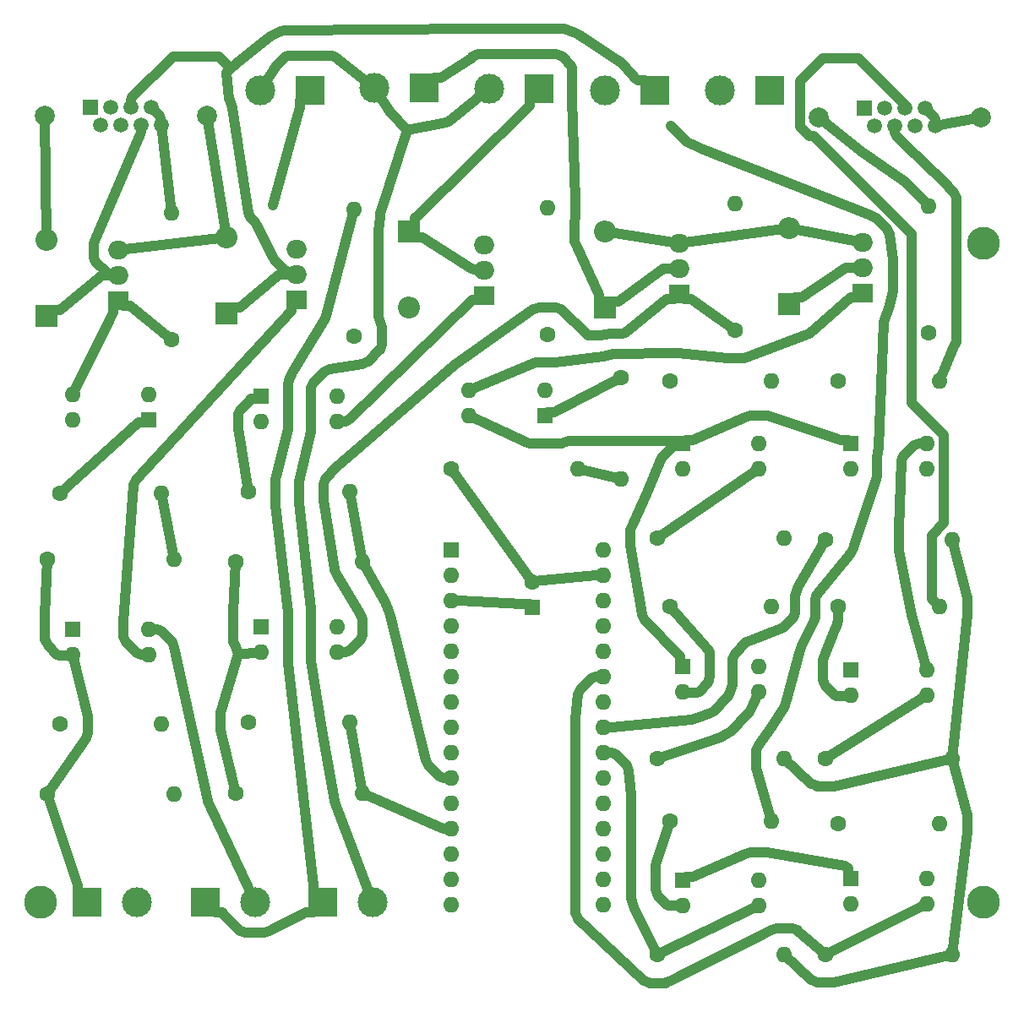
<source format=gbr>
G04 #@! TF.GenerationSoftware,KiCad,Pcbnew,(5.1.5)-3*
G04 #@! TF.CreationDate,2020-02-24T21:21:35+03:00*
G04 #@! TF.ProjectId,valveControllerPCB,76616c76-6543-46f6-9e74-726f6c6c6572,rev?*
G04 #@! TF.SameCoordinates,Original*
G04 #@! TF.FileFunction,Copper,L2,Bot*
G04 #@! TF.FilePolarity,Positive*
%FSLAX46Y46*%
G04 Gerber Fmt 4.6, Leading zero omitted, Abs format (unit mm)*
G04 Created by KiCad (PCBNEW (5.1.5)-3) date 2020-02-24 21:21:35*
%MOMM*%
%LPD*%
G04 APERTURE LIST*
%ADD10C,2.000000*%
%ADD11C,1.500000*%
%ADD12R,1.500000X1.500000*%
%ADD13O,1.600000X1.600000*%
%ADD14R,1.600000X1.600000*%
%ADD15C,1.600000*%
%ADD16O,2.000000X1.905000*%
%ADD17R,2.000000X1.905000*%
%ADD18C,3.000000*%
%ADD19R,3.000000X3.000000*%
%ADD20O,2.200000X2.200000*%
%ADD21R,2.200000X2.200000*%
%ADD22C,3.300000*%
%ADD23C,0.800000*%
%ADD24C,1.000000*%
G04 APERTURE END LIST*
D10*
X154155000Y-63565000D03*
X170415000Y-63565000D03*
D11*
X165865000Y-64455000D03*
X163825000Y-64455000D03*
X161785000Y-64455000D03*
X159745000Y-64455000D03*
X164845000Y-62675000D03*
X162805000Y-62675000D03*
X160765000Y-62675000D03*
D12*
X158725000Y-62675000D03*
D13*
X119055000Y-93450000D03*
X126675000Y-90910000D03*
X119055000Y-90910000D03*
D14*
X126675000Y-93450000D03*
D13*
X129975000Y-98800000D03*
D15*
X117275000Y-98800000D03*
D13*
X134350000Y-99810000D03*
D15*
X134350000Y-89650000D03*
D13*
X165150000Y-72500000D03*
D15*
X165150000Y-85200000D03*
D16*
X158575000Y-76095000D03*
X158575000Y-78635000D03*
D17*
X158575000Y-81175000D03*
D18*
X98150000Y-60875000D03*
D19*
X103150000Y-60875000D03*
D20*
X151175000Y-74630000D03*
D21*
X151175000Y-82250000D03*
D18*
X85854000Y-142259000D03*
D19*
X80854000Y-142259000D03*
D18*
X97665000Y-142259000D03*
D19*
X92665000Y-142259000D03*
D18*
X109600000Y-60600000D03*
D19*
X114600000Y-60600000D03*
D18*
X121150000Y-60725000D03*
D19*
X126150000Y-60725000D03*
D18*
X132725000Y-60875000D03*
D19*
X137725000Y-60875000D03*
D18*
X144275000Y-60875000D03*
D19*
X149275000Y-60875000D03*
D18*
X109476000Y-142259000D03*
D19*
X104476000Y-142259000D03*
D13*
X164990000Y-139885000D03*
X157370000Y-142425000D03*
X164990000Y-142425000D03*
D14*
X157370000Y-139885000D03*
D13*
X164990000Y-118950000D03*
X157370000Y-121490000D03*
X164990000Y-121490000D03*
D14*
X157370000Y-118950000D03*
D13*
X164990000Y-96225000D03*
X157370000Y-98765000D03*
X164990000Y-98765000D03*
D14*
X157370000Y-96225000D03*
D13*
X148170000Y-140000000D03*
X140550000Y-142540000D03*
X148170000Y-142540000D03*
D14*
X140550000Y-140000000D03*
D13*
X148170000Y-118625000D03*
X140550000Y-121165000D03*
X148170000Y-121165000D03*
D14*
X140550000Y-118625000D03*
D13*
X148170000Y-96225000D03*
X140550000Y-98765000D03*
X148170000Y-98765000D03*
D14*
X140550000Y-96225000D03*
D13*
X105920000Y-114675000D03*
X98300000Y-117215000D03*
X105920000Y-117215000D03*
D14*
X98300000Y-114675000D03*
D13*
X105920000Y-91485000D03*
X98300000Y-94025000D03*
X105920000Y-94025000D03*
D14*
X98300000Y-91485000D03*
D13*
X87045000Y-114900000D03*
X79425000Y-117440000D03*
X87045000Y-117440000D03*
D14*
X79425000Y-114900000D03*
D13*
X79405000Y-93849000D03*
X87025000Y-91309000D03*
X79405000Y-91309000D03*
D14*
X87025000Y-93849000D03*
D13*
X166250000Y-134375000D03*
D15*
X156090000Y-134375000D03*
D13*
X166250000Y-112625000D03*
D15*
X156090000Y-112625000D03*
D13*
X166250000Y-90025000D03*
D15*
X156090000Y-90025000D03*
D13*
X149430000Y-134075000D03*
D15*
X139270000Y-134075000D03*
D13*
X149430000Y-112575000D03*
D15*
X139270000Y-112575000D03*
D13*
X149430000Y-90025000D03*
D15*
X139270000Y-90025000D03*
D13*
X167520000Y-147450000D03*
D15*
X154820000Y-147450000D03*
D13*
X167520000Y-127800000D03*
D15*
X154820000Y-127800000D03*
D13*
X167520000Y-105900000D03*
D15*
X154820000Y-105900000D03*
D13*
X150700000Y-147525000D03*
D15*
X138000000Y-147525000D03*
D13*
X150700000Y-127875000D03*
D15*
X138000000Y-127875000D03*
D13*
X150700000Y-105725000D03*
D15*
X138000000Y-105725000D03*
D13*
X108450000Y-131300000D03*
D15*
X95750000Y-131300000D03*
D13*
X107180000Y-124175000D03*
D15*
X97020000Y-124175000D03*
D13*
X108450000Y-108075000D03*
D15*
X95750000Y-108075000D03*
D13*
X107180000Y-101125000D03*
D15*
X97020000Y-101125000D03*
D13*
X89575000Y-131400000D03*
D15*
X76875000Y-131400000D03*
D13*
X88305000Y-124400000D03*
D15*
X78145000Y-124400000D03*
D13*
X89575000Y-107900000D03*
D15*
X76875000Y-107900000D03*
D13*
X88305000Y-101278000D03*
D15*
X78145000Y-101278000D03*
D13*
X145800000Y-72225000D03*
D15*
X145800000Y-84925000D03*
D13*
X126950000Y-72650000D03*
D15*
X126950000Y-85350000D03*
D13*
X107600000Y-72775000D03*
D15*
X107600000Y-85475000D03*
D13*
X89300000Y-73175000D03*
D15*
X89300000Y-85875000D03*
D16*
X140150000Y-76220000D03*
X140150000Y-78760000D03*
D17*
X140150000Y-81300000D03*
D16*
X120650000Y-76370000D03*
X120650000Y-78910000D03*
D17*
X120650000Y-81450000D03*
D16*
X101825000Y-76770000D03*
X101825000Y-79310000D03*
D17*
X101825000Y-81850000D03*
D16*
X83925000Y-76895000D03*
X83925000Y-79435000D03*
D17*
X83925000Y-81975000D03*
D10*
X76580000Y-63415000D03*
X92840000Y-63415000D03*
D11*
X88290000Y-64305000D03*
X86250000Y-64305000D03*
X84210000Y-64305000D03*
X82170000Y-64305000D03*
X87270000Y-62525000D03*
X85230000Y-62525000D03*
X83190000Y-62525000D03*
D12*
X81150000Y-62525000D03*
D20*
X132750000Y-75030000D03*
D21*
X132750000Y-82650000D03*
D20*
X113100000Y-82595000D03*
D21*
X113100000Y-74975000D03*
D20*
X94825000Y-75580000D03*
D21*
X94825000Y-83200000D03*
D20*
X76800000Y-75830000D03*
D21*
X76800000Y-83450000D03*
D15*
X125475000Y-110150000D03*
D14*
X125475000Y-112650000D03*
D13*
X132588000Y-142494000D03*
X117348000Y-142494000D03*
X132588000Y-106934000D03*
X117348000Y-139954000D03*
X132588000Y-109474000D03*
X117348000Y-137414000D03*
X132588000Y-112014000D03*
X117348000Y-134874000D03*
X132588000Y-114554000D03*
X117348000Y-132334000D03*
X132588000Y-117094000D03*
X117348000Y-129794000D03*
X132588000Y-119634000D03*
X117348000Y-127254000D03*
X132588000Y-122174000D03*
X117348000Y-124714000D03*
X132588000Y-124714000D03*
X117348000Y-122174000D03*
X132588000Y-127254000D03*
X117348000Y-119634000D03*
X132588000Y-129794000D03*
X117348000Y-117094000D03*
X132588000Y-132334000D03*
X117348000Y-114554000D03*
X132588000Y-134874000D03*
X117348000Y-112014000D03*
X132588000Y-137414000D03*
X117348000Y-109474000D03*
X132588000Y-139954000D03*
D14*
X117348000Y-106934000D03*
D22*
X170680000Y-76200000D03*
X76200000Y-142240000D03*
X170680000Y-142240000D03*
D23*
X99438800Y-72345600D03*
X139305600Y-64386500D03*
D24*
X134350000Y-99810000D02*
X129975000Y-98800000D01*
X132588000Y-109474000D02*
X131807200Y-109474000D01*
X131807200Y-109474000D02*
X125648100Y-110084000D01*
X125648100Y-110084000D02*
X125475000Y-110150000D01*
X125475000Y-110150000D02*
X117275000Y-98800000D01*
X96000000Y-117320100D02*
X98132500Y-117269300D01*
X98132500Y-117269300D02*
X98300000Y-117215000D01*
X95750000Y-131300000D02*
X94219900Y-124989500D01*
X94219900Y-124989500D02*
X94219900Y-123360500D01*
X94219900Y-123360500D02*
X94232400Y-123310800D01*
X94232400Y-123310800D02*
X96000000Y-117320100D01*
X76875000Y-131400000D02*
X80698900Y-125808300D01*
X80698900Y-125808300D02*
X80725200Y-125764300D01*
X80725200Y-125764300D02*
X80932600Y-125264200D01*
X80932600Y-125264200D02*
X80945100Y-125214500D01*
X80945100Y-125214500D02*
X80945100Y-123585500D01*
X80945100Y-123585500D02*
X79425000Y-117440000D01*
X95750000Y-108075000D02*
X95499900Y-113201600D01*
X95499900Y-113201600D02*
X95499900Y-114801600D01*
X95499900Y-114801600D02*
X95499900Y-116148400D01*
X95499900Y-116148400D02*
X95610700Y-116416000D01*
X95610700Y-116416000D02*
X96000000Y-117320100D01*
X76875000Y-107900000D02*
X76624900Y-113426600D01*
X76624900Y-113426600D02*
X76624900Y-114526600D01*
X76624900Y-114526600D02*
X76624900Y-115873400D01*
X76624900Y-115873400D02*
X76735700Y-116141000D01*
X76735700Y-116141000D02*
X76910200Y-116524500D01*
X76910200Y-116524500D02*
X77800500Y-117414800D01*
X77800500Y-117414800D02*
X77992500Y-117494300D01*
X77992500Y-117494300D02*
X79257500Y-117494300D01*
X79257500Y-117494300D02*
X79425000Y-117440000D01*
X167520000Y-147450000D02*
X155634500Y-150250100D01*
X155634500Y-150250100D02*
X154005500Y-150250100D01*
X154005500Y-150250100D02*
X153955800Y-150237600D01*
X153955800Y-150237600D02*
X153455700Y-150030200D01*
X153455700Y-150030200D02*
X153411700Y-150003900D01*
X153411700Y-150003900D02*
X150700000Y-147525000D01*
X167520000Y-147450000D02*
X169050100Y-135189500D01*
X169050100Y-135189500D02*
X169050100Y-133560500D01*
X169050100Y-133560500D02*
X169037600Y-133510800D01*
X169037600Y-133510800D02*
X167520000Y-127800000D01*
X150700000Y-127875000D02*
X153411700Y-130353900D01*
X153411700Y-130353900D02*
X153455700Y-130380200D01*
X153455700Y-130380200D02*
X153955800Y-130587600D01*
X153955800Y-130587600D02*
X154005500Y-130600100D01*
X154005500Y-130600100D02*
X155634500Y-130600100D01*
X155634500Y-130600100D02*
X167520000Y-127800000D01*
X167520000Y-127800000D02*
X169050100Y-113439500D01*
X169050100Y-113439500D02*
X169050100Y-111810500D01*
X169050100Y-111810500D02*
X169037600Y-111760800D01*
X169037600Y-111760800D02*
X167520000Y-105900000D01*
X76875000Y-131400000D02*
X79854000Y-140551900D01*
X79854000Y-140551900D02*
X79854000Y-140759000D01*
X79854000Y-140759000D02*
X79854000Y-141259000D01*
X79854000Y-141259000D02*
X80854000Y-142259000D01*
X117348000Y-134874000D02*
X116567200Y-134874000D01*
X116567200Y-134874000D02*
X116101100Y-134681000D01*
X116101100Y-134681000D02*
X108450000Y-131300000D01*
X107180000Y-124175000D02*
X108450000Y-131300000D01*
X164990000Y-96225000D02*
X164209200Y-96225000D01*
X164209200Y-96225000D02*
X163743100Y-96418000D01*
X163743100Y-96418000D02*
X162643000Y-97518100D01*
X162643000Y-97518100D02*
X162450000Y-97984200D01*
X162450000Y-97984200D02*
X162219800Y-104784500D01*
X162219800Y-104784500D02*
X162219800Y-107015500D01*
X162219800Y-107015500D02*
X162224300Y-107043500D01*
X162224300Y-107043500D02*
X163449900Y-113439500D01*
X163449900Y-113439500D02*
X163462400Y-113489200D01*
X163462400Y-113489200D02*
X164990000Y-118950000D01*
X117348000Y-129794000D02*
X116567200Y-129794000D01*
X116567200Y-129794000D02*
X116101100Y-129601000D01*
X116101100Y-129601000D02*
X115001000Y-128500900D01*
X115001000Y-128500900D02*
X114808000Y-128034800D01*
X114808000Y-128034800D02*
X111215700Y-113531500D01*
X111215700Y-113531500D02*
X111090000Y-113032500D01*
X111090000Y-113032500D02*
X111084800Y-113016400D01*
X111084800Y-113016400D02*
X110742600Y-112190800D01*
X110742600Y-112190800D02*
X110734900Y-112175700D01*
X110734900Y-112175700D02*
X108450000Y-108075000D01*
X107180000Y-101125000D02*
X108450000Y-108075000D01*
X132588000Y-119634000D02*
X131807200Y-119634000D01*
X131807200Y-119634000D02*
X131341100Y-119827000D01*
X131341100Y-119827000D02*
X130241000Y-120927100D01*
X130241000Y-120927100D02*
X130048000Y-121393200D01*
X130048000Y-121393200D02*
X129787900Y-123899500D01*
X129787900Y-123899500D02*
X129787900Y-141679500D01*
X129787900Y-141679500D02*
X129787900Y-143308500D01*
X129787900Y-143308500D02*
X129800400Y-143358200D01*
X129800400Y-143358200D02*
X130007800Y-143858300D01*
X130007800Y-143858300D02*
X130034100Y-143902300D01*
X130034100Y-143902300D02*
X131179700Y-145047900D01*
X131179700Y-145047900D02*
X136591700Y-150078900D01*
X136591700Y-150078900D02*
X136635700Y-150105200D01*
X136635700Y-150105200D02*
X137135800Y-150312600D01*
X137135800Y-150312600D02*
X137185500Y-150325100D01*
X137185500Y-150325100D02*
X138814500Y-150325100D01*
X138814500Y-150325100D02*
X138864200Y-150312600D01*
X138864200Y-150312600D02*
X139364300Y-150105200D01*
X139364300Y-150105200D02*
X149394400Y-145061500D01*
X149394400Y-145061500D02*
X149876800Y-144861400D01*
X149876800Y-144861400D02*
X149901600Y-144855200D01*
X149901600Y-144855200D02*
X151498400Y-144855200D01*
X151498400Y-144855200D02*
X151523200Y-144861400D01*
X151523200Y-144861400D02*
X152005600Y-145061500D01*
X152005600Y-145061500D02*
X152027500Y-145074600D01*
X152027500Y-145074600D02*
X154820000Y-147450000D01*
X154820000Y-147450000D02*
X164990000Y-142425000D01*
X154820000Y-127800000D02*
X164990000Y-121490000D01*
X132588000Y-124714000D02*
X133368800Y-124714000D01*
X133368800Y-124714000D02*
X141364500Y-123965100D01*
X141364500Y-123965100D02*
X141414200Y-123952600D01*
X141414200Y-123952600D02*
X142648600Y-123526300D01*
X142648600Y-123526300D02*
X143336500Y-123241100D01*
X143336500Y-123241100D02*
X143613700Y-123074900D01*
X143613700Y-123074900D02*
X144999900Y-121688700D01*
X144999900Y-121688700D02*
X145166100Y-121411500D01*
X145166100Y-121411500D02*
X145451300Y-120723600D01*
X145451300Y-120723600D02*
X145530000Y-120410000D01*
X145530000Y-120410000D02*
X145530000Y-117830300D01*
X145530000Y-117830300D02*
X145534800Y-117811200D01*
X145534800Y-117811200D02*
X145733200Y-117332900D01*
X145733200Y-117332900D02*
X145743300Y-117316000D01*
X145743300Y-117316000D02*
X146861000Y-116198300D01*
X146861000Y-116198300D02*
X146877900Y-116188200D01*
X146877900Y-116188200D02*
X147356200Y-115989800D01*
X147356200Y-115989800D02*
X150167100Y-114895000D01*
X150167100Y-114895000D02*
X150552200Y-114735500D01*
X150552200Y-114735500D02*
X151590500Y-113697200D01*
X151590500Y-113697200D02*
X151750000Y-113312100D01*
X151750000Y-113312100D02*
X151750000Y-111620200D01*
X151750000Y-111620200D02*
X151836400Y-111276100D01*
X151836400Y-111276100D02*
X152130600Y-110566400D01*
X152130600Y-110566400D02*
X154820000Y-105900000D01*
X132588000Y-127254000D02*
X133368800Y-127254000D01*
X133368800Y-127254000D02*
X133834900Y-127447000D01*
X133834900Y-127447000D02*
X134935000Y-128547100D01*
X134935000Y-128547100D02*
X135128000Y-129013200D01*
X135128000Y-129013200D02*
X135388100Y-131519500D01*
X135388100Y-131519500D02*
X135388100Y-134059500D01*
X135388100Y-134059500D02*
X135388100Y-135688500D01*
X135388100Y-135688500D02*
X135342000Y-138186800D01*
X135342000Y-138186800D02*
X135342000Y-139786800D01*
X135342000Y-139786800D02*
X135342000Y-141813200D01*
X135342000Y-141813200D02*
X135431600Y-142170300D01*
X135431600Y-142170300D02*
X135729700Y-142889300D01*
X135729700Y-142889300D02*
X138000000Y-147525000D01*
X138000000Y-147525000D02*
X148170000Y-142540000D01*
X88305000Y-101278000D02*
X89575000Y-107900000D01*
X138000000Y-127875000D02*
X143535700Y-126016500D01*
X143535700Y-126016500D02*
X144470700Y-125629000D01*
X144470700Y-125629000D02*
X144585600Y-125570500D01*
X144585600Y-125570500D02*
X145131200Y-125243700D01*
X145131200Y-125243700D02*
X145305200Y-125117400D01*
X145305200Y-125117400D02*
X147042400Y-123380200D01*
X147042400Y-123380200D02*
X147168700Y-123206200D01*
X147168700Y-123206200D02*
X147495500Y-122660600D01*
X147495500Y-122660600D02*
X147554000Y-122545700D01*
X147554000Y-122545700D02*
X148170000Y-121165000D01*
X138000000Y-105725000D02*
X148170000Y-98765000D01*
X117348000Y-112014000D02*
X118128800Y-112014000D01*
X118128800Y-112014000D02*
X124467900Y-112350000D01*
X124467900Y-112350000D02*
X124675000Y-112350000D01*
X124675000Y-112350000D02*
X125175000Y-112350000D01*
X125175000Y-112350000D02*
X125475000Y-112650000D01*
X76580000Y-63415000D02*
X76800000Y-75830000D01*
X83925000Y-76895000D02*
X83972500Y-76895000D01*
X83972500Y-76895000D02*
X94825000Y-75580000D01*
X132750000Y-75030000D02*
X140102500Y-76220000D01*
X140102500Y-76220000D02*
X140150000Y-76220000D01*
X140150000Y-76220000D02*
X140197500Y-76220000D01*
X140197500Y-76220000D02*
X151175000Y-74630000D01*
X151175000Y-74630000D02*
X158527500Y-76095000D01*
X158527500Y-76095000D02*
X158575000Y-76095000D01*
X92840000Y-63415000D02*
X94438600Y-73432000D01*
X94438600Y-73432000D02*
X94825000Y-75580000D01*
X86250000Y-64305000D02*
X86250000Y-64986400D01*
X86250000Y-64986400D02*
X86133100Y-65268600D01*
X86133100Y-65268600D02*
X81705900Y-75765300D01*
X81705900Y-75765300D02*
X81544300Y-76155300D01*
X81544300Y-76155300D02*
X81544300Y-77634700D01*
X81544300Y-77634700D02*
X81705900Y-78024700D01*
X81705900Y-78024700D02*
X82747800Y-79066600D01*
X82747800Y-79066600D02*
X83137800Y-79228200D01*
X83137800Y-79228200D02*
X83877500Y-79435000D01*
X83877500Y-79435000D02*
X83925000Y-79435000D01*
X76800000Y-83450000D02*
X77400000Y-82850000D01*
X77400000Y-82850000D02*
X77900000Y-82850000D01*
X77900000Y-82850000D02*
X78107100Y-82850000D01*
X78107100Y-82850000D02*
X81984000Y-79633200D01*
X81984000Y-79633200D02*
X82217700Y-79483000D01*
X82217700Y-79483000D02*
X82333600Y-79435000D01*
X82333600Y-79435000D02*
X83877500Y-79435000D01*
X83877500Y-79435000D02*
X83925000Y-79435000D01*
X137725000Y-60875000D02*
X136725000Y-59875000D01*
X136725000Y-59875000D02*
X136225000Y-59875000D01*
X136225000Y-59875000D02*
X136017900Y-59875000D01*
X136017900Y-59875000D02*
X135725000Y-59582100D01*
X135725000Y-59582100D02*
X135486700Y-59304500D01*
X135486700Y-59304500D02*
X134295500Y-58113300D01*
X134295500Y-58113300D02*
X130112200Y-55320800D01*
X130112200Y-55320800D02*
X129780800Y-55122100D01*
X129780800Y-55122100D02*
X129049300Y-54818900D01*
X129049300Y-54818900D02*
X128674600Y-54724800D01*
X128674600Y-54724800D02*
X125674600Y-54724800D01*
X125674600Y-54724800D02*
X123625400Y-54724800D01*
X123625400Y-54724800D02*
X119978900Y-54724800D01*
X119978900Y-54724800D02*
X100625400Y-54874800D01*
X100625400Y-54874800D02*
X100250700Y-54968900D01*
X100250700Y-54968900D02*
X99519200Y-55272100D01*
X99519200Y-55272100D02*
X99187800Y-55470800D01*
X99187800Y-55470800D02*
X96307800Y-57765100D01*
X101825000Y-79310000D02*
X101777500Y-79310000D01*
X101777500Y-79310000D02*
X101649500Y-79182700D01*
X101649500Y-79182700D02*
X101457500Y-79103200D01*
X101457500Y-79103200D02*
X101037800Y-79103200D01*
X101037800Y-79103200D02*
X100647800Y-78941600D01*
X100647800Y-78941600D02*
X99605900Y-77899700D01*
X99605900Y-77899700D02*
X97649700Y-74092600D01*
X97649700Y-74092600D02*
X97595700Y-74002500D01*
X97595700Y-74002500D02*
X97148600Y-73554600D01*
X97148600Y-73554600D02*
X96965700Y-73113100D01*
X96965700Y-73113100D02*
X95407400Y-62629300D01*
X95407400Y-62629300D02*
X95406100Y-62624000D01*
X95406100Y-62624000D02*
X95107900Y-61823300D01*
X95107900Y-61823300D02*
X95082600Y-61722500D01*
X95082600Y-61722500D02*
X94762900Y-59116400D01*
X94825000Y-83200000D02*
X95425000Y-82600000D01*
X95425000Y-82600000D02*
X95925000Y-82600000D01*
X95925000Y-82600000D02*
X96132100Y-82600000D01*
X96132100Y-82600000D02*
X99884000Y-79508200D01*
X99884000Y-79508200D02*
X100117700Y-79358000D01*
X100117700Y-79358000D02*
X100233600Y-79310000D01*
X100233600Y-79310000D02*
X101777500Y-79310000D01*
X101777500Y-79310000D02*
X101825000Y-79310000D01*
X94009999Y-57459999D02*
X95244848Y-58694848D01*
X85230000Y-62525000D02*
X85230000Y-61843600D01*
X85230000Y-61843600D02*
X85346900Y-61561400D01*
X95244848Y-58694848D02*
X94762900Y-59116400D01*
X85346900Y-61561400D02*
X89448301Y-57459999D01*
X96307800Y-57765100D02*
X95244848Y-58694848D01*
X89448301Y-57459999D02*
X94009999Y-57459999D01*
X126150000Y-60725000D02*
X125150000Y-61725000D01*
X125150000Y-61725000D02*
X125150000Y-62225000D01*
X125150000Y-62225000D02*
X125150000Y-62432100D01*
X125150000Y-62432100D02*
X124857100Y-62725000D01*
X124857100Y-62725000D02*
X113992900Y-73375000D01*
X113992900Y-73375000D02*
X113700000Y-73667900D01*
X113700000Y-73667900D02*
X113700000Y-73875000D01*
X113700000Y-73875000D02*
X113700000Y-74375000D01*
X113700000Y-74375000D02*
X113100000Y-74975000D01*
X113100000Y-74975000D02*
X113700000Y-75575000D01*
X113700000Y-75575000D02*
X114200000Y-75575000D01*
X114200000Y-75575000D02*
X114407100Y-75575000D01*
X114407100Y-75575000D02*
X119355600Y-78717000D01*
X119355600Y-78717000D02*
X119821700Y-78910000D01*
X119821700Y-78910000D02*
X120602500Y-78910000D01*
X120602500Y-78910000D02*
X120650000Y-78910000D01*
X114600000Y-60600000D02*
X115600000Y-59600000D01*
X115600000Y-59600000D02*
X116100000Y-59600000D01*
X116100000Y-59600000D02*
X116307100Y-59600000D01*
X116307100Y-59600000D02*
X119307800Y-57615100D01*
X119307800Y-57615100D02*
X119470100Y-57517800D01*
X119470100Y-57517800D02*
X120065500Y-57271000D01*
X120065500Y-57271000D02*
X120249000Y-57224900D01*
X120249000Y-57224900D02*
X123976600Y-57224900D01*
X123976600Y-57224900D02*
X125323400Y-57224900D01*
X125323400Y-57224900D02*
X127823400Y-57224900D01*
X127823400Y-57224900D02*
X128091000Y-57335700D01*
X128091000Y-57335700D02*
X128473900Y-57511100D01*
X128473900Y-57511100D02*
X129363900Y-58401100D01*
X129363900Y-58401100D02*
X129443300Y-58592700D01*
X129443300Y-58592700D02*
X129443300Y-59857300D01*
X129443300Y-59857300D02*
X129437500Y-60000300D01*
X129437500Y-60000300D02*
X129437500Y-61749700D01*
X129437500Y-61749700D02*
X129750100Y-71835500D01*
X129750100Y-71835500D02*
X129750100Y-73464500D01*
X129750100Y-73464500D02*
X129649900Y-74178400D01*
X129649900Y-74178400D02*
X129649900Y-75881600D01*
X129649900Y-75881600D02*
X129676800Y-75988600D01*
X129676800Y-75988600D02*
X129901100Y-76529600D01*
X129901100Y-76529600D02*
X132150000Y-81342900D01*
X132150000Y-81342900D02*
X132150000Y-81550000D01*
X132150000Y-81550000D02*
X132150000Y-82050000D01*
X132150000Y-82050000D02*
X132750000Y-82650000D01*
X132750000Y-82650000D02*
X133350000Y-82050000D01*
X133350000Y-82050000D02*
X133850000Y-82050000D01*
X133850000Y-82050000D02*
X134057100Y-82050000D01*
X134057100Y-82050000D02*
X138209000Y-78958200D01*
X138209000Y-78958200D02*
X138442700Y-78808000D01*
X138442700Y-78808000D02*
X138558600Y-78760000D01*
X138558600Y-78760000D02*
X140102500Y-78760000D01*
X140102500Y-78760000D02*
X140150000Y-78760000D01*
X121150000Y-60725000D02*
X117041000Y-63989300D01*
X117041000Y-63989300D02*
X116773400Y-64100100D01*
X116773400Y-64100100D02*
X112926900Y-64863000D01*
X109600000Y-60600000D02*
X111210700Y-63041000D01*
X111210700Y-63041000D02*
X112926900Y-64863000D01*
X109600000Y-60600000D02*
X105591000Y-57485700D01*
X105591000Y-57485700D02*
X105323400Y-57374900D01*
X105323400Y-57374900D02*
X102323400Y-57374900D01*
X102323400Y-57374900D02*
X100976600Y-57374900D01*
X100976600Y-57374900D02*
X100709000Y-57485700D01*
X100709000Y-57485700D02*
X99760700Y-58434000D01*
X99760700Y-58434000D02*
X98150000Y-60875000D01*
X109476000Y-142259000D02*
X105662400Y-132164200D01*
X105662400Y-132164200D02*
X105649900Y-132114500D01*
X105649900Y-132114500D02*
X104379900Y-124989500D01*
X104379900Y-124989500D02*
X103280000Y-118009700D01*
X103280000Y-118009700D02*
X103280000Y-112890000D01*
X103280000Y-112890000D02*
X102100000Y-102221300D01*
X102100000Y-102221300D02*
X102100000Y-100028700D01*
X102100000Y-100028700D02*
X103280000Y-95108900D01*
X103280000Y-95108900D02*
X103280000Y-90690300D01*
X103280000Y-90690300D02*
X103284800Y-90671200D01*
X103284800Y-90671200D02*
X103483200Y-90192900D01*
X103483200Y-90192900D02*
X103493300Y-90176000D01*
X103493300Y-90176000D02*
X104611000Y-89058300D01*
X104611000Y-89058300D02*
X104627900Y-89048200D01*
X104627900Y-89048200D02*
X105106200Y-88849800D01*
X105106200Y-88849800D02*
X105125300Y-88845000D01*
X105125300Y-88845000D02*
X108414500Y-88275100D01*
X108414500Y-88275100D02*
X108464200Y-88262600D01*
X108464200Y-88262600D02*
X108964300Y-88055200D01*
X108964300Y-88055200D02*
X109008300Y-88028900D01*
X109008300Y-88028900D02*
X110153900Y-86883300D01*
X110153900Y-86883300D02*
X110180200Y-86839300D01*
X110180200Y-86839300D02*
X110387600Y-86339200D01*
X110387600Y-86339200D02*
X110400100Y-86289500D01*
X110400100Y-86289500D02*
X110400100Y-84660500D01*
X110400100Y-84660500D02*
X110387600Y-84610800D01*
X110387600Y-84610800D02*
X110026800Y-83553600D01*
X110026800Y-83553600D02*
X109999900Y-83446600D01*
X109999900Y-83446600D02*
X109999900Y-76748400D01*
X109999900Y-76748400D02*
X109999900Y-75401600D01*
X109999900Y-75401600D02*
X109999900Y-74901600D01*
X109999900Y-74901600D02*
X110200000Y-73564700D01*
X110200000Y-73564700D02*
X110200000Y-73241400D01*
X110200000Y-73241400D02*
X112926900Y-64863000D01*
X89300000Y-85875000D02*
X85132100Y-82427500D01*
X85132100Y-82427500D02*
X84925000Y-82427500D01*
X84925000Y-82427500D02*
X84425000Y-82427500D01*
X84425000Y-82427500D02*
X83925000Y-81975000D01*
X83925000Y-81975000D02*
X83425000Y-82427500D01*
X83425000Y-82427500D02*
X83425000Y-82927500D01*
X83425000Y-82927500D02*
X83425000Y-83134600D01*
X83425000Y-83134600D02*
X79405000Y-91309000D01*
X101825000Y-81850000D02*
X101325000Y-82302500D01*
X101325000Y-82302500D02*
X101325000Y-82802500D01*
X101325000Y-82802500D02*
X101325000Y-83009600D01*
X101325000Y-83009600D02*
X89714300Y-95590000D01*
X89714300Y-95590000D02*
X85751100Y-99869700D01*
X85751100Y-99869700D02*
X85724800Y-99913700D01*
X85724800Y-99913700D02*
X85517400Y-100413800D01*
X85517400Y-100413800D02*
X85504900Y-100463500D01*
X85504900Y-100463500D02*
X84505000Y-114119200D01*
X84505000Y-114119200D02*
X84505000Y-115680800D01*
X84505000Y-115680800D02*
X84698000Y-116146900D01*
X84698000Y-116146900D02*
X85798100Y-117247000D01*
X85798100Y-117247000D02*
X86264200Y-117440000D01*
X86264200Y-117440000D02*
X87045000Y-117440000D01*
X120650000Y-81450000D02*
X120150000Y-81902500D01*
X120150000Y-81902500D02*
X119650000Y-81902500D01*
X119650000Y-81902500D02*
X119442900Y-81902500D01*
X119442900Y-81902500D02*
X107166900Y-93832000D01*
X107166900Y-93832000D02*
X106700800Y-94025000D01*
X106700800Y-94025000D02*
X105920000Y-94025000D01*
X145800000Y-84925000D02*
X141357100Y-81752500D01*
X141357100Y-81752500D02*
X141150000Y-81752500D01*
X141150000Y-81752500D02*
X140650000Y-81752500D01*
X140650000Y-81752500D02*
X140150000Y-81300000D01*
X140150000Y-81300000D02*
X139650000Y-81752500D01*
X139650000Y-81752500D02*
X139150000Y-81752500D01*
X139150000Y-81752500D02*
X138942900Y-81752500D01*
X138942900Y-81752500D02*
X134791000Y-85139300D01*
X134791000Y-85139300D02*
X134523400Y-85250100D01*
X134523400Y-85250100D02*
X134430600Y-85283300D01*
X134430600Y-85283300D02*
X133341900Y-85283300D01*
X133341900Y-85283300D02*
X132252800Y-85395100D01*
X132252800Y-85395100D02*
X131047200Y-85395100D01*
X131047200Y-85395100D02*
X130910100Y-85338300D01*
X130910100Y-85338300D02*
X128332100Y-82829600D01*
X128332100Y-82829600D02*
X128295300Y-82807600D01*
X128295300Y-82807600D02*
X127800900Y-82602600D01*
X127800900Y-82602600D02*
X127759300Y-82592100D01*
X127759300Y-82592100D02*
X126140700Y-82592100D01*
X126140700Y-82592100D02*
X126099100Y-82602600D01*
X126099100Y-82602600D02*
X125604700Y-82807600D01*
X125604700Y-82807600D02*
X125567900Y-82829600D01*
X125567900Y-82829600D02*
X117646700Y-88356100D01*
X117646700Y-88356100D02*
X108885600Y-96017800D01*
X108885600Y-96017800D02*
X105840000Y-98658600D01*
X105840000Y-98658600D02*
X104713600Y-99785000D01*
X104713600Y-99785000D02*
X104698400Y-99810300D01*
X104698400Y-99810300D02*
X104497200Y-100295500D01*
X104497200Y-100295500D02*
X104490000Y-100324100D01*
X104490000Y-100324100D02*
X104490000Y-101925900D01*
X104490000Y-101925900D02*
X105649900Y-108889500D01*
X105649900Y-108889500D02*
X105662400Y-108939200D01*
X105662400Y-108939200D02*
X105869800Y-109439300D01*
X105869800Y-109439300D02*
X105896100Y-109483300D01*
X105896100Y-109483300D02*
X108267000Y-113428100D01*
X108267000Y-113428100D02*
X108460000Y-113894200D01*
X108460000Y-113894200D02*
X108460000Y-115455800D01*
X108460000Y-115455800D02*
X108267000Y-115921900D01*
X108267000Y-115921900D02*
X107166900Y-117022000D01*
X107166900Y-117022000D02*
X106700800Y-117215000D01*
X106700800Y-117215000D02*
X105920000Y-117215000D01*
X139270000Y-112575000D02*
X143103500Y-116974700D01*
X143103500Y-116974700D02*
X143190000Y-117183400D01*
X143190000Y-117183400D02*
X143190000Y-118283400D01*
X143190000Y-118283400D02*
X143190000Y-119566600D01*
X143190000Y-119566600D02*
X143144300Y-120057500D01*
X143144300Y-120057500D02*
X143064800Y-120249500D01*
X143064800Y-120249500D02*
X142174500Y-121139800D01*
X142174500Y-121139800D02*
X141982500Y-121219300D01*
X141982500Y-121219300D02*
X140717500Y-121219300D01*
X140717500Y-121219300D02*
X140550000Y-121165000D01*
X139270000Y-134075000D02*
X137796000Y-138535700D01*
X137796000Y-138535700D02*
X137796000Y-139635700D01*
X137796000Y-139635700D02*
X137796000Y-140964300D01*
X137796000Y-140964300D02*
X137955700Y-141432500D01*
X137955700Y-141432500D02*
X138035200Y-141624500D01*
X138035200Y-141624500D02*
X138925500Y-142514800D01*
X138925500Y-142514800D02*
X139117500Y-142594300D01*
X139117500Y-142594300D02*
X140382500Y-142594300D01*
X140382500Y-142594300D02*
X140550000Y-142540000D01*
X103150000Y-60875000D02*
X102150000Y-61875000D01*
X102150000Y-61875000D02*
X102150000Y-62375000D01*
X102150000Y-62375000D02*
X102150000Y-62582100D01*
X102150000Y-62582100D02*
X99438800Y-72345600D01*
X151175000Y-82250000D02*
X151775000Y-81650000D01*
X151775000Y-81650000D02*
X152275000Y-81650000D01*
X152275000Y-81650000D02*
X152482100Y-81650000D01*
X152482100Y-81650000D02*
X156634000Y-78833200D01*
X156634000Y-78833200D02*
X156867700Y-78683000D01*
X156867700Y-78683000D02*
X156983600Y-78635000D01*
X156983600Y-78635000D02*
X158527500Y-78635000D01*
X158527500Y-78635000D02*
X158575000Y-78635000D01*
X104476000Y-142259000D02*
X103476000Y-143259000D01*
X103476000Y-143259000D02*
X102976000Y-143259000D01*
X102976000Y-143259000D02*
X102768900Y-143259000D01*
X102768900Y-143259000D02*
X99147300Y-145073600D01*
X99147300Y-145073600D02*
X98611600Y-145295800D01*
X98611600Y-145295800D02*
X98511800Y-145320800D01*
X98511800Y-145320800D02*
X96818200Y-145320800D01*
X96818200Y-145320800D02*
X96718400Y-145295800D01*
X96718400Y-145295800D02*
X96182700Y-145073600D01*
X96182700Y-145073600D02*
X96094500Y-145020700D01*
X96094500Y-145020700D02*
X94903300Y-143829500D01*
X94903300Y-143829500D02*
X94665000Y-143551900D01*
X94665000Y-143551900D02*
X94372100Y-143259000D01*
X94372100Y-143259000D02*
X94165000Y-143259000D01*
X94165000Y-143259000D02*
X93665000Y-143259000D01*
X93665000Y-143259000D02*
X92665000Y-142259000D01*
X104476000Y-142259000D02*
X103476000Y-141259000D01*
X103476000Y-141259000D02*
X103476000Y-140759000D01*
X103476000Y-140759000D02*
X103476000Y-140551900D01*
X103476000Y-140551900D02*
X100940000Y-118298900D01*
X100940000Y-118298900D02*
X100940000Y-113233400D01*
X100940000Y-113233400D02*
X99710000Y-102412800D01*
X99710000Y-102412800D02*
X99710000Y-99837200D01*
X99710000Y-99837200D02*
X99756600Y-99545300D01*
X99756600Y-99545300D02*
X100940000Y-94819700D01*
X100940000Y-94819700D02*
X100940000Y-90401100D01*
X100940000Y-90401100D02*
X101057100Y-89934600D01*
X101057100Y-89934600D02*
X101387400Y-89137800D01*
X101387400Y-89137800D02*
X101634600Y-88725300D01*
X101634600Y-88725300D02*
X104714300Y-83743500D01*
X104714300Y-83743500D02*
X104825100Y-83475900D01*
X104825100Y-83475900D02*
X107600000Y-72775000D01*
X87270000Y-62525000D02*
X88120500Y-63376500D01*
X88120500Y-63376500D02*
X88228000Y-63636000D01*
X88228000Y-63636000D02*
X88290000Y-64305000D01*
X88290000Y-64305000D02*
X89300000Y-73175000D01*
X154155000Y-63565000D02*
X158367700Y-66969200D01*
X158367700Y-66969200D02*
X162568700Y-69882600D01*
X162568700Y-69882600D02*
X162789700Y-70042900D01*
X162789700Y-70042900D02*
X164579600Y-71832800D01*
X164579600Y-71832800D02*
X165150000Y-72500000D01*
X170415000Y-63565000D02*
X165865000Y-64455000D01*
X164845000Y-62675000D02*
X165695500Y-63526500D01*
X165695500Y-63526500D02*
X165803000Y-63786000D01*
X165803000Y-63786000D02*
X165865000Y-64455000D01*
X140550000Y-140000000D02*
X140850000Y-139700000D01*
X140850000Y-139700000D02*
X141350000Y-139700000D01*
X141350000Y-139700000D02*
X141557100Y-139700000D01*
X141557100Y-139700000D02*
X146805700Y-137419800D01*
X146805700Y-137419800D02*
X147305800Y-137212400D01*
X147305800Y-137212400D02*
X147355500Y-137199900D01*
X147355500Y-137199900D02*
X148984500Y-137199900D01*
X148984500Y-137199900D02*
X156777100Y-138585000D01*
X156777100Y-138585000D02*
X157070000Y-138877900D01*
X157070000Y-138877900D02*
X157070000Y-139085000D01*
X157070000Y-139085000D02*
X157070000Y-139585000D01*
X157070000Y-139585000D02*
X157370000Y-139885000D01*
X140550000Y-118625000D02*
X140250000Y-118325000D01*
X140250000Y-118325000D02*
X140250000Y-117825000D01*
X140250000Y-117825000D02*
X140250000Y-117617900D01*
X140250000Y-117617900D02*
X136716100Y-113983300D01*
X136716100Y-113983300D02*
X136689800Y-113939300D01*
X136689800Y-113939300D02*
X136482400Y-113439200D01*
X136482400Y-113439200D02*
X136469900Y-113389500D01*
X136469900Y-113389500D02*
X135294000Y-106527800D01*
X135294000Y-106527800D02*
X135294000Y-104922200D01*
X135294000Y-104922200D02*
X135302000Y-104890400D01*
X135302000Y-104890400D02*
X135504100Y-104403100D01*
X135504100Y-104403100D02*
X136930200Y-101174300D01*
X136930200Y-101174300D02*
X138411300Y-97657300D01*
X138411300Y-97657300D02*
X139250000Y-96817900D01*
X139250000Y-96817900D02*
X139542900Y-96525000D01*
X139542900Y-96525000D02*
X139750000Y-96525000D01*
X139750000Y-96525000D02*
X140250000Y-96525000D01*
X140250000Y-96525000D02*
X140550000Y-96225000D01*
X157370000Y-96225000D02*
X157070000Y-95925000D01*
X157070000Y-95925000D02*
X156570000Y-95925000D01*
X156570000Y-95925000D02*
X156362900Y-95925000D01*
X156362900Y-95925000D02*
X149034200Y-93437400D01*
X149034200Y-93437400D02*
X148984500Y-93424900D01*
X148984500Y-93424900D02*
X147355500Y-93424900D01*
X147355500Y-93424900D02*
X147305800Y-93437400D01*
X147305800Y-93437400D02*
X146805700Y-93644800D01*
X146805700Y-93644800D02*
X141557100Y-95925000D01*
X141557100Y-95925000D02*
X141350000Y-95925000D01*
X141350000Y-95925000D02*
X140850000Y-95925000D01*
X140850000Y-95925000D02*
X140550000Y-96225000D01*
X140550000Y-96225000D02*
X140250000Y-96014900D01*
X140250000Y-96014900D02*
X139750000Y-96014900D01*
X139750000Y-96014900D02*
X129162400Y-96014900D01*
X129162400Y-96014900D02*
X129115500Y-96026700D01*
X129115500Y-96026700D02*
X128591000Y-96199200D01*
X128591000Y-96199200D02*
X128388400Y-96250100D01*
X128388400Y-96250100D02*
X128148400Y-96250100D01*
X128148400Y-96250100D02*
X126801600Y-96250100D01*
X126801600Y-96250100D02*
X125201600Y-96250100D01*
X125201600Y-96250100D02*
X124934000Y-96139300D01*
X124934000Y-96139300D02*
X119055000Y-93450000D01*
X97665000Y-142259000D02*
X93169800Y-132664300D01*
X93169800Y-132664300D02*
X92962400Y-132164200D01*
X92962400Y-132164200D02*
X92949900Y-132114500D01*
X92949900Y-132114500D02*
X91105100Y-123585500D01*
X91105100Y-123585500D02*
X89585000Y-116659200D01*
X89585000Y-116659200D02*
X89392000Y-116193100D01*
X89392000Y-116193100D02*
X88291900Y-115093000D01*
X88291900Y-115093000D02*
X87825800Y-114900000D01*
X87825800Y-114900000D02*
X87045000Y-114900000D01*
X161785000Y-64455000D02*
X161785000Y-65136400D01*
X161785000Y-65136400D02*
X161901900Y-65418600D01*
X161901900Y-65418600D02*
X162861400Y-66378100D01*
X162861400Y-66378100D02*
X166558300Y-69946100D01*
X166558300Y-69946100D02*
X167703900Y-71091700D01*
X167703900Y-71091700D02*
X167730200Y-71135700D01*
X167730200Y-71135700D02*
X167937600Y-71635800D01*
X167937600Y-71635800D02*
X167950100Y-71685500D01*
X167950100Y-71685500D02*
X167950100Y-84385500D01*
X167950100Y-84385500D02*
X167950100Y-86014500D01*
X167950100Y-86014500D02*
X167937600Y-86064200D01*
X167937600Y-86064200D02*
X167730200Y-86564300D01*
X167730200Y-86564300D02*
X166250000Y-90025000D01*
X165450001Y-111825001D02*
X166250000Y-112625000D01*
X165450001Y-105453997D02*
X165450001Y-111825001D01*
X166690001Y-104213997D02*
X165450001Y-105453997D01*
X166690001Y-95408999D02*
X166690001Y-104213997D01*
X163449999Y-92168997D02*
X166690001Y-95408999D01*
X163449999Y-75240187D02*
X163449999Y-92168997D01*
X153674813Y-65465001D02*
X163449999Y-75240187D01*
X153242999Y-65465001D02*
X153674813Y-65465001D01*
X152254999Y-64477001D02*
X153242999Y-65465001D01*
X152254999Y-59920001D02*
X152254999Y-64477001D01*
X154565001Y-57609999D02*
X152254999Y-59920001D01*
X158142001Y-57609999D02*
X154565001Y-57609999D01*
X162805000Y-62272998D02*
X158142001Y-57609999D01*
X162805000Y-62675000D02*
X162805000Y-62272998D01*
X147912400Y-128739200D02*
X149430000Y-134075000D01*
X147899900Y-128689500D02*
X147912400Y-128739200D01*
X147899900Y-127060500D02*
X147899900Y-128689500D01*
X147912400Y-127010800D02*
X147899900Y-127060500D01*
X148119800Y-126510700D02*
X147912400Y-127010800D01*
X148146100Y-126466700D02*
X148119800Y-126510700D01*
X149407300Y-124685000D02*
X148146100Y-126466700D01*
X150723900Y-122573300D02*
X149407300Y-124685000D01*
X150750200Y-122529300D02*
X150723900Y-122573300D01*
X150957600Y-122029200D02*
X150750200Y-122529300D01*
X152163900Y-117250700D02*
X150957600Y-122029200D01*
X152467100Y-116519200D02*
X152163900Y-117250700D01*
X153389400Y-114633600D02*
X152467100Y-116519200D01*
X153683600Y-113923900D02*
X153389400Y-114633600D01*
X153770000Y-113579800D02*
X153683600Y-113923900D01*
X153770000Y-111887900D02*
X153770000Y-113579800D01*
X153929500Y-111502800D02*
X153770000Y-111887900D01*
X157373900Y-107308300D02*
X153929500Y-111502800D01*
X157400200Y-107264300D02*
X157373900Y-107308300D01*
X157607600Y-106764200D02*
X157400200Y-107264300D01*
X160005200Y-99578800D02*
X157607600Y-106764200D01*
X160010000Y-99559700D02*
X160005200Y-99578800D01*
X160010000Y-97681100D02*
X160010000Y-99559700D01*
X160170100Y-96598400D02*
X160010000Y-97681100D01*
X160641500Y-84174400D02*
X160170100Y-96598400D01*
X160736000Y-83798000D02*
X160641500Y-84174400D01*
X161179300Y-82722200D02*
X160736000Y-83798000D01*
X161509900Y-81383000D02*
X161179300Y-82722200D01*
X161575100Y-80895900D02*
X161509900Y-81383000D01*
X161575100Y-79549100D02*
X161575100Y-80895900D01*
X161575100Y-77801700D02*
X161575100Y-79549100D01*
X161223000Y-75305200D02*
X161575100Y-77801700D01*
X161220100Y-75293600D02*
X161223000Y-75305200D01*
X161024000Y-74820700D02*
X161220100Y-75293600D01*
X161003400Y-74783200D02*
X161024000Y-74820700D01*
X160988800Y-74758900D02*
X161003400Y-74783200D01*
X159863600Y-73633700D02*
X160988800Y-74758900D01*
X159839300Y-73619100D02*
X159863600Y-73633700D01*
X159355000Y-73418300D02*
X159839300Y-73619100D01*
X142375900Y-66690600D02*
X159355000Y-73418300D01*
X141500400Y-66327700D02*
X142375900Y-66690600D01*
X141439800Y-66296900D02*
X141500400Y-66327700D01*
X140949800Y-66003400D02*
X141439800Y-66296900D01*
X140858000Y-65936800D02*
X140949800Y-66003400D01*
X139305600Y-64386500D02*
X140858000Y-65936800D01*
X158575000Y-81175000D02*
X158075000Y-81627500D01*
X158075000Y-81627500D02*
X157575000Y-81627500D01*
X157575000Y-81627500D02*
X157367900Y-81627500D01*
X157367900Y-81627500D02*
X153216000Y-85239300D01*
X153216000Y-85239300D02*
X152948400Y-85350100D01*
X152948400Y-85350100D02*
X146664200Y-87712600D01*
X146664200Y-87712600D02*
X146614500Y-87725100D01*
X146614500Y-87725100D02*
X144985500Y-87725100D01*
X144985500Y-87725100D02*
X140084500Y-87224900D01*
X140084500Y-87224900D02*
X138455500Y-87224900D01*
X138455500Y-87224900D02*
X134759200Y-87316700D01*
X134759200Y-87316700D02*
X133610300Y-87316700D01*
X133610300Y-87316700D02*
X132586900Y-87540300D01*
X132586900Y-87540300D02*
X127762000Y-88130000D01*
X127762000Y-88130000D02*
X125863000Y-88130000D01*
X125863000Y-88130000D02*
X125817100Y-88141500D01*
X125817100Y-88141500D02*
X119055000Y-90910000D01*
X78145000Y-101278000D02*
X86017900Y-94149000D01*
X86017900Y-94149000D02*
X86225000Y-94149000D01*
X86225000Y-94149000D02*
X86725000Y-94149000D01*
X86725000Y-94149000D02*
X87025000Y-93849000D01*
X97020000Y-101125000D02*
X96005700Y-94757000D01*
X96005700Y-94757000D02*
X96005700Y-93293000D01*
X96005700Y-93293000D02*
X96161300Y-92917300D01*
X96161300Y-92917300D02*
X97000000Y-92077900D01*
X97000000Y-92077900D02*
X97292900Y-91785000D01*
X97292900Y-91785000D02*
X97500000Y-91785000D01*
X97500000Y-91785000D02*
X98000000Y-91785000D01*
X98000000Y-91785000D02*
X98300000Y-91485000D01*
X134350000Y-89650000D02*
X127682100Y-93150000D01*
X127682100Y-93150000D02*
X127475000Y-93150000D01*
X127475000Y-93150000D02*
X126975000Y-93150000D01*
X126975000Y-93150000D02*
X126675000Y-93450000D01*
X156090000Y-112625000D02*
X156090000Y-113798500D01*
X156090000Y-113798500D02*
X156059100Y-113991800D01*
X156059100Y-113991800D02*
X155907500Y-114594300D01*
X155907500Y-114594300D02*
X155871300Y-114705200D01*
X155871300Y-114705200D02*
X154569900Y-117976600D01*
X154569900Y-117976600D02*
X154569900Y-118576600D01*
X154569900Y-118576600D02*
X154569900Y-119923400D01*
X154569900Y-119923400D02*
X154680700Y-120191000D01*
X154680700Y-120191000D02*
X154855200Y-120574500D01*
X154855200Y-120574500D02*
X155745500Y-121464800D01*
X155745500Y-121464800D02*
X155937500Y-121544300D01*
X155937500Y-121544300D02*
X157202500Y-121544300D01*
X157202500Y-121544300D02*
X157370000Y-121490000D01*
M02*

</source>
